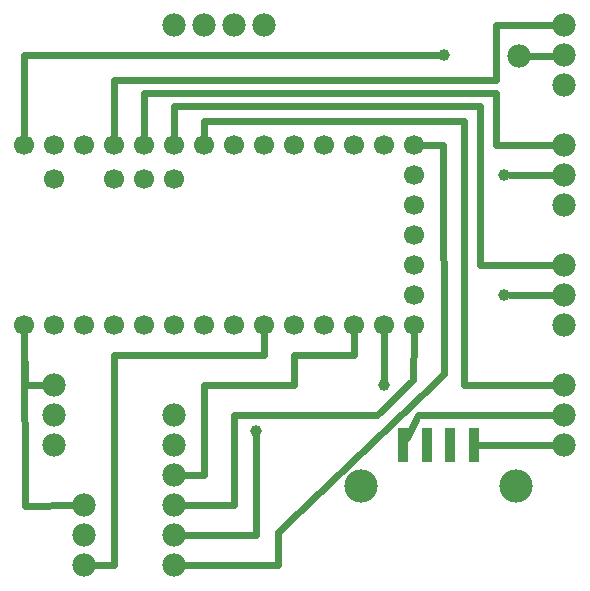
<source format=gtl>
G04 MADE WITH FRITZING*
G04 WWW.FRITZING.ORG*
G04 DOUBLE SIDED*
G04 HOLES PLATED*
G04 CONTOUR ON CENTER OF CONTOUR VECTOR*
%ASAXBY*%
%FSLAX23Y23*%
%MOIN*%
%OFA0B0*%
%SFA1.0B1.0*%
%ADD10C,0.066889*%
%ADD11C,0.078000*%
%ADD12C,0.111000*%
%ADD13C,0.039370*%
%ADD14R,0.035433X0.118110*%
%ADD15C,0.024000*%
%LNCOPPER1*%
G90*
G70*
G54D10*
X1422Y1500D03*
X1322Y1500D03*
X1222Y1500D03*
X1122Y1500D03*
X1022Y1500D03*
X922Y1500D03*
X822Y1500D03*
X722Y1500D03*
X622Y1500D03*
X522Y1500D03*
X422Y1500D03*
X322Y1500D03*
X222Y1500D03*
X122Y1500D03*
X222Y1386D03*
X522Y1386D03*
X422Y1386D03*
X1422Y900D03*
X1322Y900D03*
X1222Y900D03*
X1122Y900D03*
X1022Y900D03*
X922Y900D03*
X822Y900D03*
X722Y900D03*
X622Y900D03*
X522Y900D03*
X422Y900D03*
X322Y900D03*
X222Y900D03*
X122Y900D03*
X622Y1386D03*
X1422Y1100D03*
X1422Y1000D03*
X1422Y1200D03*
X1422Y1400D03*
X1422Y1300D03*
G54D11*
X622Y1900D03*
X722Y1900D03*
X822Y1900D03*
X922Y1900D03*
X1922Y1900D03*
X1922Y1800D03*
X1922Y1700D03*
X1922Y1500D03*
X1922Y1400D03*
X1922Y1300D03*
X1922Y1100D03*
X1922Y1000D03*
X1922Y900D03*
X1922Y700D03*
X1922Y600D03*
X1922Y500D03*
G54D12*
X1763Y364D03*
X1246Y364D03*
X1763Y364D03*
X1246Y364D03*
G54D11*
X222Y700D03*
X222Y600D03*
X222Y500D03*
X322Y300D03*
X322Y200D03*
X322Y100D03*
X622Y600D03*
X622Y500D03*
X622Y400D03*
X622Y300D03*
X622Y200D03*
X622Y100D03*
G54D13*
X1722Y1000D03*
X1322Y700D03*
X894Y547D03*
X1722Y1400D03*
X1522Y1800D03*
G54D11*
X1772Y1797D03*
G54D14*
X1465Y500D03*
X1386Y500D03*
X1543Y500D03*
X1622Y500D03*
G54D15*
X1634Y500D02*
X1892Y500D01*
D02*
X1436Y600D02*
X1892Y600D01*
D02*
X1398Y524D02*
X1436Y600D01*
D02*
X124Y700D02*
X122Y869D01*
D02*
X192Y700D02*
X124Y700D01*
D02*
X292Y300D02*
X124Y298D01*
D02*
X124Y298D02*
X122Y869D01*
D02*
X1741Y1000D02*
X1892Y1000D01*
D02*
X422Y800D02*
X922Y800D01*
D02*
X922Y800D02*
X922Y869D01*
D02*
X422Y100D02*
X422Y800D01*
D02*
X352Y100D02*
X422Y100D01*
D02*
X722Y700D02*
X1022Y700D01*
D02*
X722Y400D02*
X722Y700D01*
D02*
X652Y400D02*
X722Y400D01*
D02*
X1222Y800D02*
X1222Y869D01*
D02*
X1022Y800D02*
X1222Y800D01*
D02*
X1022Y700D02*
X1022Y800D01*
D02*
X822Y300D02*
X822Y600D01*
D02*
X1297Y600D02*
X1419Y719D01*
D02*
X822Y600D02*
X1297Y600D01*
D02*
X1419Y719D02*
X1422Y869D01*
D02*
X652Y300D02*
X822Y300D01*
D02*
X1322Y719D02*
X1322Y869D01*
D02*
X894Y200D02*
X894Y528D01*
D02*
X652Y200D02*
X894Y200D01*
D02*
X969Y100D02*
X969Y211D01*
D02*
X1522Y736D02*
X1519Y1500D01*
D02*
X969Y211D02*
X1522Y736D01*
D02*
X1519Y1500D02*
X1453Y1500D01*
D02*
X652Y100D02*
X969Y100D01*
D02*
X722Y1581D02*
X1589Y1581D01*
D02*
X1589Y1581D02*
X1589Y700D01*
D02*
X1589Y700D02*
X1892Y700D01*
D02*
X722Y1531D02*
X722Y1581D01*
D02*
X622Y1631D02*
X1642Y1631D01*
D02*
X1642Y1631D02*
X1642Y1100D01*
D02*
X1642Y1100D02*
X1892Y1100D01*
D02*
X622Y1531D02*
X622Y1631D01*
D02*
X1694Y1675D02*
X1694Y1500D01*
D02*
X522Y1675D02*
X1694Y1675D01*
D02*
X1694Y1500D02*
X1892Y1500D01*
D02*
X522Y1531D02*
X522Y1675D01*
D02*
X1694Y1719D02*
X1694Y1900D01*
D02*
X1694Y1900D02*
X1892Y1900D01*
D02*
X422Y1719D02*
X1694Y1719D01*
D02*
X422Y1531D02*
X422Y1719D01*
D02*
X1741Y1400D02*
X1892Y1400D01*
D02*
X122Y1800D02*
X1503Y1800D01*
D02*
X122Y1531D02*
X122Y1800D01*
D02*
X1892Y1799D02*
X1802Y1798D01*
G04 End of Copper1*
M02*
</source>
